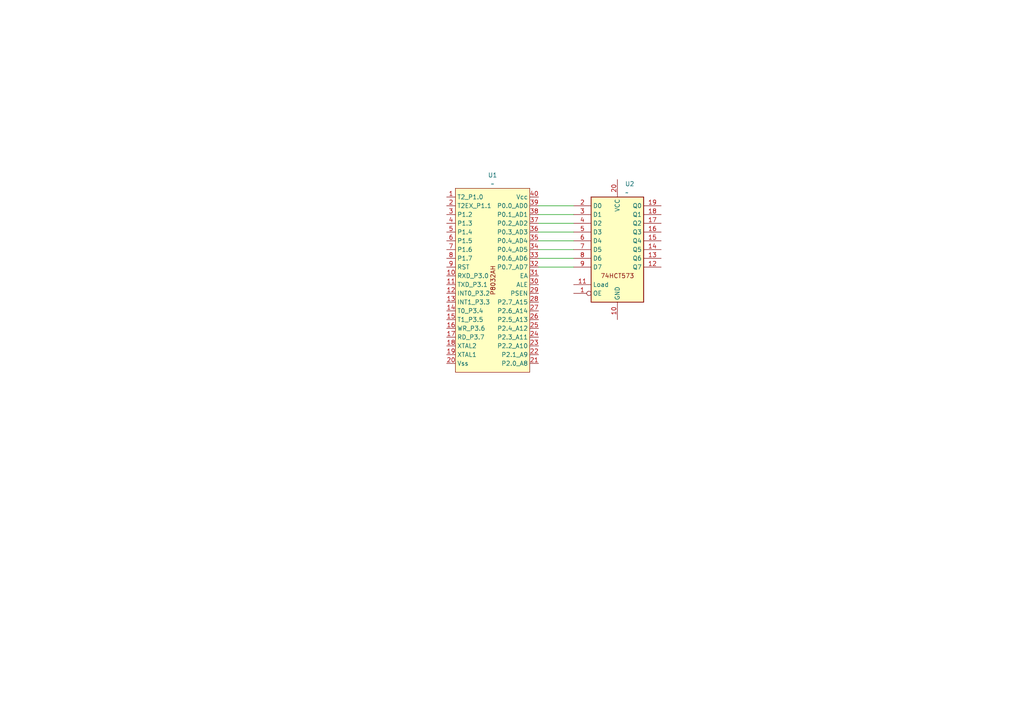
<source format=kicad_sch>
(kicad_sch (version 20231120) (generator "eeschema") (generator_version "8.0")
  (paper "A4")
  (lib_symbols
    (symbol "library:74HCT573"
      (property "Reference" "U" (at 1.524 16.256 0))
      (symbol "74HCT573_1_0"
        (pin input inverted (at -12.7 -12.7 0) (length 5.08) (name "OE") (number "1"))
        (pin power_in line (at 0 -20.32 90) (length 5.08) (name "GND") (number "10"))
        (pin input line (at -12.7 -10.16 0) (length 5.08) (name "Load") (number "11"))
        (pin tri_state line (at 12.7 -5.08 180) (length 5.08) (name "Q7") (number "12"))
        (pin tri_state line (at 12.7 -2.54 180) (length 5.08) (name "Q6") (number "13"))
        (pin tri_state line (at 12.7 0 180) (length 5.08) (name "Q5") (number "14"))
        (pin tri_state line (at 12.7 2.54 180) (length 5.08) (name "Q4") (number "15"))
        (pin tri_state line (at 12.7 5.08 180) (length 5.08) (name "Q3") (number "16"))
        (pin tri_state line (at 12.7 7.62 180) (length 5.08) (name "Q2") (number "17"))
        (pin tri_state line (at 12.7 10.16 180) (length 5.08) (name "Q1") (number "18"))
        (pin tri_state line (at 12.7 12.7 180) (length 5.08) (name "Q0") (number "19"))
        (pin input line (at -12.7 12.7 0) (length 5.08) (name "D0") (number "2"))
        (pin power_in line (at 0 20.32 270) (length 5.08) (name "VCC") (number "20"))
        (pin input line (at -12.7 10.16 0) (length 5.08) (name "D1") (number "3"))
        (pin input line (at -12.7 7.62 0) (length 5.08) (name "D2") (number "4"))
        (pin input line (at -12.7 5.08 0) (length 5.08) (name "D3") (number "5"))
        (pin input line (at -12.7 2.54 0) (length 5.08) (name "D4") (number "6"))
        (pin input line (at -12.7 0 0) (length 5.08) (name "D5") (number "7"))
        (pin input line (at -12.7 -2.54 0) (length 5.08) (name "D6") (number "8"))
        (pin input line (at -12.7 -5.08 0) (length 5.08) (name "D7") (number "9"))
      )
      (symbol "74HCT573_1_1"
        (rectangle (start -7.62 15.24) (end 7.62 -15.24) (stroke (width 0.254)) (fill (type background)))
        (text "74HCT573" (at 0 -7.62 0) (effects (font (size 1.27 1.27))))
      )
    )
    (symbol "library:Intel_P8032AH"
      (property "Reference" "U" (at 0 28.448 0))
      (symbol "Intel_P8032AH_1_1"
        (rectangle (start -10.16 26.67) (end 11.43 -26.67) (fill (type background)))
        (text "P8032AH" (at 0.762 0 900) (effects (font (size 1.27 1.27))))
        (pin bidirectional line (at -12.7 24.13 0) (length 2.54) (name "T2_P1.0") (number "1"))
        (pin bidirectional line (at -12.7 1.27 0) (length 2.54) (name "RXD_P3.0") (number "10"))
        (pin bidirectional line (at -12.7 -1.27 0) (length 2.54) (name "TXD_P3.1") (number "11"))
        (pin bidirectional line (at -12.7 -3.81 0) (length 2.54) (name "INT0_P3.2") (number "12"))
        (pin bidirectional line (at -12.7 -6.35 0) (length 2.54) (name "INT1_P3.3") (number "13"))
        (pin bidirectional line (at -12.7 -8.89 0) (length 2.54) (name "T0_P3.4") (number "14"))
        (pin bidirectional line (at -12.7 -11.43 0) (length 2.54) (name "T1_P3.5") (number "15"))
        (pin bidirectional line (at -12.7 -13.97 0) (length 2.54) (name "WR_P3.6") (number "16"))
        (pin bidirectional line (at -12.7 -16.51 0) (length 2.54) (name "RD_P3.7") (number "17"))
        (pin output line (at -12.7 -19.05 0) (length 2.54) (name "XTAL2") (number "18"))
        (pin input line (at -12.7 -21.59 0) (length 2.54) (name "XTAL1") (number "19"))
        (pin bidirectional line (at -12.7 21.59 0) (length 2.54) (name "T2EX_P1.1") (number "2"))
        (pin power_in line (at -12.7 -24.13 0) (length 2.54) (name "Vss") (number "20"))
        (pin bidirectional line (at 13.97 -24.13 180) (length 2.54) (name "P2.0_A8") (number "21"))
        (pin bidirectional line (at 13.97 -21.59 180) (length 2.54) (name "P2.1_A9") (number "22"))
        (pin bidirectional line (at 13.97 -19.05 180) (length 2.54) (name "P2.2_A10") (number "23"))
        (pin bidirectional line (at 13.97 -16.51 180) (length 2.54) (name "P2.3_A11") (number "24"))
        (pin bidirectional line (at 13.97 -13.97 180) (length 2.54) (name "P2.4_A12") (number "25"))
        (pin bidirectional line (at 13.97 -11.43 180) (length 2.54) (name "P2.5_A13") (number "26"))
        (pin bidirectional line (at 13.97 -8.89 180) (length 2.54) (name "P2.6_A14") (number "27"))
        (pin bidirectional line (at 13.97 -6.35 180) (length 2.54) (name "P2.7_A15") (number "28"))
        (pin output line (at 13.97 -3.81 180) (length 2.54) (name "PSEN") (number "29"))
        (pin bidirectional line (at -12.7 19.05 0) (length 2.54) (name "P1.2") (number "3"))
        (pin output line (at 13.97 -1.27 180) (length 2.54) (name "ALE") (number "30"))
        (pin input line (at 13.97 1.27 180) (length 2.54) (name "EA") (number "31"))
        (pin bidirectional line (at 13.97 3.81 180) (length 2.54) (name "P0.7_AD7") (number "32"))
        (pin bidirectional line (at 13.97 6.35 180) (length 2.54) (name "P0.6_AD6") (number "33"))
        (pin bidirectional line (at 13.97 8.89 180) (length 2.54) (name "P0.4_AD5") (number "34"))
        (pin bidirectional line (at 13.97 11.43 180) (length 2.54) (name "P0.4_AD4") (number "35"))
        (pin bidirectional line (at 13.97 13.97 180) (length 2.54) (name "P0.3_AD3") (number "36"))
        (pin bidirectional line (at 13.97 16.51 180) (length 2.54) (name "P0.2_AD2") (number "37"))
        (pin bidirectional line (at 13.97 19.05 180) (length 2.54) (name "P0.1_AD1") (number "38"))
        (pin bidirectional line (at 13.97 21.59 180) (length 2.54) (name "P0.0_AD0") (number "39"))
        (pin bidirectional line (at -12.7 16.51 0) (length 2.54) (name "P1.3") (number "4"))
        (pin power_in line (at 13.97 24.13 180) (length 2.54) (name "Vcc") (number "40"))
        (pin bidirectional line (at -12.7 13.97 0) (length 2.54) (name "P1.4") (number "5"))
        (pin bidirectional line (at -12.7 11.43 0) (length 2.54) (name "P1.5") (number "6"))
        (pin bidirectional line (at -12.7 8.89 0) (length 2.54) (name "P1.6") (number "7"))
        (pin bidirectional line (at -12.7 6.35 0) (length 2.54) (name "P1.7") (number "8"))
        (pin input line (at -12.7 3.81 0) (length 2.54) (name "RST") (number "9"))
      )
    )
  )
  (wire (pts (xy 156.21 64.77) (xy 166.37 64.77)))
  (wire (pts (xy 156.21 69.85) (xy 166.37 69.85)))
  (wire (pts (xy 156.21 67.31) (xy 166.37 67.31)))
  (wire (pts (xy 156.21 77.47) (xy 166.37 77.47)))
  (wire (pts (xy 156.21 74.93) (xy 166.37 74.93)))
  (wire (pts (xy 156.21 59.69) (xy 166.37 59.69)))
  (wire (pts (xy 156.21 62.23) (xy 166.37 62.23)))
  (wire (pts (xy 156.21 72.39) (xy 166.37 72.39)))
  (symbol (lib_id "library:Intel_P8032AH") (at 142.24 81.28 0) (unit 1)
    (property "Reference" "U1" (at 142.875 50.8 0))
    (property "Value" "~" (at 142.875 53.34 0))
  )
  (symbol (lib_id "library:74HCT573") (at 179.07 72.39 0) (unit 1)
    (property "Reference" "U2" (at 181.2641 53.34 0) (effects (justify left)))
    (property "Value" "~" (at 181.2641 55.88 0) (effects (justify left)))
  )
)
</source>
